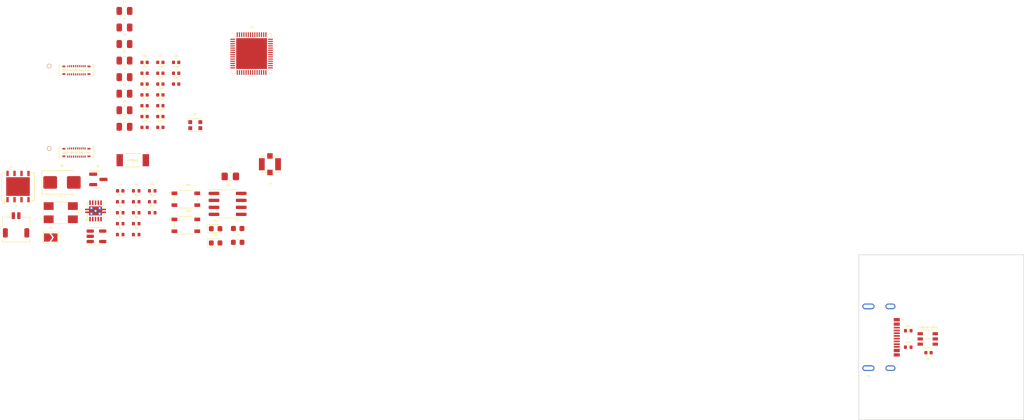
<source format=kicad_pcb>
(kicad_pcb (version 20221018) (generator pcbnew)
  (layers (0 "F.Cu" signal) (31 "B.Cu" signal) (34 "B.Paste" user) (35 "F.Paste" user) (36 "B.SilkS" user "B.Silkscreen") (37 "F.SilkS" user "F.Silkscreen") (38 "B.Mask" user) (39 "F.Mask" user) (44 "Edge.Cuts" user))
  (net 0 "")
  (net 1 "Net-(J2-In)")
  (net 2 "VCC")
  (net 3 "GND")
  (net 4 "Net-(C3-Pad1)")
  (net 5 "Net-(C4-Pad1)")
  (net 6 "+3.3V")
  (net 7 "VBUS")
  (net 8 "+BATT")
  (net 9 "Net-(U3-LNA_IN{slash}RF)")
  (net 10 "RESET")
  (net 11 "Net-(C21-Pad2)")
  (net 12 "Net-(U3-XTAL_P)")
  (net 13 "SPI-3.3V")
  (net 14 "Net-(P1-D-)")
  (net 15 "Net-(P1-D+)")
  (net 16 "D+")
  (net 17 "D-")
  (net 18 "Net-(D1-A)")
  (net 19 "Net-(D3-K)")
  (net 20 "Net-(D3-A)")
  (net 21 "Net-(D4-VDD)")
  (net 23 "IO45")
  (net 24 "IO1")
  (net 25 "IO13")
  (net 26 "IO2")
  (net 27 "IO14")
  (net 28 "IO3")
  (net 29 "IO15")
  (net 30 "IO4")
  (net 31 "IO16")
  (net 32 "IO5")
  (net 33 "IO17")
  (net 34 "IO6")
  (net 35 "IO18")
  (net 36 "IO7")
  (net 37 "IO21")
  (net 38 "IO8")
  (net 39 "IO33")
  (net 40 "IO9")
  (net 41 "IO34")
  (net 42 "IO10")
  (net 43 "IO35")
  (net 44 "TX{slash}0")
  (net 45 "IO36")
  (net 46 "RX{slash}0")
  (net 47 "IO37")
  (net 48 "IO38")
  (net 49 "IO39")
  (net 50 "IO40")
  (net 51 "IO41")
  (net 52 "IO42")
  (net 53 "Net-(L1-Pad1)")
  (net 54 "Net-(L1-Pad2)")
  (net 56 "Net-(U2-PROG)")
  (net 57 "SPCS0")
  (net 58 "SPCS1")
  (net 59 "USB-VOLT")
  (net 60 "BAT-VOLT")
  (net 61 "Net-(SW2-B)")
  (net 62 "GPIO15")
  (net 63 "GPIO16")
  (net 64 "SPICS1")
  (net 65 "SPIHD")
  (net 66 "SPIWP")
  (net 67 "SPICS0")
  (net 68 "SPCLK")
  (net 69 "SPIQ")
  (net 70 "SPID")
  (net 71 "IO48")
  (net 72 "IO47")
  (net 73 "GPIO39")
  (net 74 "GPIO40")
  (net 75 "GPIO41")
  (net 76 "GPIO42")
  (net 77 "IO46")
  (net 79 "SPICLK")
  (net 80 "Net-(P1-VCONN)")
  (net 81 "Net-(P1-CC)")
  (footprint "Capacitor_SMD:C_0805_2012Metric" (layer "F.Cu") (at -33.555303 37.685)
    (fp_text reference "C5" (at 0 -1.68) (layer "F.SilkS") (effects (font (size 0.3 0.3))))
    (fp_text value "10mf")
    (pad "1" smd roundrect (at -0.95 0) (size 1 1.45) (layers "F.Cu" "F.Paste" "F.Mask") (net 5 "Net-(C4-Pad1)"))
    (pad "2" smd roundrect (at 0.95 0) (size 1 1.45) (layers "F.Cu" "F.Paste" "F.Mask") (net 3 "GND"))
  )
  (footprint "TPS63001:TPS63001" (layer "F.Cu") (at -38.815384 62.01)
    (fp_text reference "U1" (at -3.009165 -0.140045 180) (layer "F.SilkS") (effects (font (size 0.3 0.3))))
    (fp_text value "TPS63001")
    (pad "1" smd rect (at -1 1.545 180) (size 0.28 0.71) (layers "F.Cu" "F.Paste" "F.Mask") (net 5 "Net-(C4-Pad1)"))
    (pad "1B" smd circle (at -1 1.19 180) (size 0.28 0.28) (layers "F.Cu" "F.Paste" "F.Mask") (net 5 "Net-(C4-Pad1)"))
    (pad "2" smd rect (at -0.5 1.545 180) (size 0.28 0.71) (layers "F.Cu" "F.Paste" "F.Mask") (net 54 "Net-(L1-Pad2)"))
    (pad "2B" smd circle (at -0.5 1.19 180) (size 0.28 0.28) (layers "F.Cu" "F.Paste" "F.Mask") (net 54 "Net-(L1-Pad2)"))
    (pad "3" smd rect (at 0 1.545 180) (size 0.28 0.71) (layers "F.Cu" "F.Paste" "F.Mask") (net 3 "GND"))
    (pad "3B" smd circle (at 0 1.19 180) (size 0.28 0.28) (layers "F.Cu" "F.Paste" "F.Mask") (net 3 "GND"))
    (pad "4" smd rect (at 0.5 1.545 180) (size 0.28 0.71) (layers "F.Cu" "F.Paste" "F.Mask") (net 53 "Net-(L1-Pad1)"))
    (pad "4B" smd circle (at 0.5 1.19 180) (size 0.28 0.28) (layers "F.Cu" "F.Paste" "F.Mask") (net 53 "Net-(L1-Pad1)"))
    (pad "5" smd rect (at 1 1.545 180) (size 0.28 0.71) (layers "F.Cu" "F.Paste" "F.Mask") (net 2 "VCC"))
    (pad "5B" smd circle (at 1 1.19 180) (size 0.28 0.28) (layers "F.Cu" "F.Paste" "F.Mask") (net 2 "VCC"))
    (pad "6" smd rect (at 1 -1.545) (size 0.28 0.71) (layers "F.Cu" "F.Paste" "F.Mask") (net 4 "Net-(C3-Pad1)"))
    (pad "6B" smd circle (at 1 -1.19) (size 0.28 0.28) (layers "F.Cu" "F.Paste" "F.Mask") (net 4 "Net-(C3-Pad1)"))
    (pad "7" smd rect (at 0.5 -1.545) (size 0.28 0.71) (layers "F.Cu" "F.Paste" "F.Mask") (net 4 "Net-(C3-Pad1)"))
    (pad "7B" smd circle (at 0.5 -1.19) (size 0.28 0.28) (layers "F.Cu" "F.Paste" "F.Mask") (net 4 "Net-(C3-Pad1)"))
    (pad "8" smd rect (at 0 -1.545) (size 0.28 0.71) (layers "F.Cu" "F.Paste" "F.Mask") (net 4 "Net-(C3-Pad1)"))
    (pad "8B" smd circle (at 0 -1.19) (size 0.28 0.28) (layers "F.Cu" "F.Paste" "F.Mask") (net 4 "Net-(C3-Pad1)"))
    (pad "9" smd rect (at -0.5 -1.545) (size 0.28 0.71) (layers "F.Cu" "F.Paste" "F.Mask") (net 3 "GND"))
    (pad "9B" smd circle (at -0.5 -1.19) (size 0.28 0.28) (layers "F.Cu" "F.Paste" "F.Mask") (net 3 "GND"))
    (pad "10" smd rect (at -1 -1.545) (size 0.28 0.71) (layers "F.Cu" "F.Paste" "F.Mask") (net 5 "Net-(C4-Pad1)"))
    (pad "10B" smd circle (at -1 -1.19) (size 0.28 0.28) (layers "F.Cu" "F.Paste" "F.Mask") (net 5 "Net-(C4-Pad1)"))
    (pad "P$1" thru_hole circle (at 0 0) (size 0.6096 0.6096) (drill 0.3) (layers "*.Cu" "*.Mask"))
    (pad "P$2" thru_hole circle (at -0.75 -0.5) (size 0.6096 0.6096) (drill 0.3) (layers "*.Cu" "*.Mask"))
    (pad "P$3" thru_hole circle (at 0.75 -0.5) (size 0.6096 0.6096) (drill 0.3) (layers "*.Cu" "*.Mask"))
    (pad "P$4" thru_hole circle (at -0.75 0.5) (size 0.6096 0.6096) (drill 0.3) (layers "*.Cu" "*.Mask"))
    (pad "P$5" thru_hole circle (at 0.75 0.5) (size 0.6096 0.6096) (drill 0.3) (layers "*.Cu" "*.Mask"))
    (pad "PG" smd rect (at 0 0) (size 2.4 1.65) (layers "F.Cu" "F.Paste" "F.Mask") (net 3 "GND"))
    (pad "PG1" smd rect (at -1.55 0.25) (size 0.7 0.28) (layers "F.Cu" "F.Paste" "F.Mask") (net 3 "GND"))
    (pad "PG2" smd rect (at 1.55 0.25) (size 0.7 0.28) (layers "F.Cu" "F.Paste" "F.Mask") (net 3 "GND"))
    (pad "PG3" smd rect (at 1.55 -0.25) (size 0.7 0.28) (layers "F.Cu" "F.Paste" "F.Mask") (net 3 "GND"))
    (pad "PG4" smd rect (at -1.55 -0.25) (size 0.7 0.28) (layers "F.Cu" "F.Paste" "F.Mask") (net 3 "GND"))
  )
  (footprint "Capacitor_SMD:C_0402_1005Metric" (layer "F.Cu") (at -29.895303 44.855)
    (fp_text reference "C15" (at 0 -1.16) (layer "F.SilkS") (effects (font (size 0.3 0.3))))
    (fp_text value "10mf")
    (pad "1" smd roundrect (at -0.48 0) (size 0.56 0.62) (layers "F.Cu" "F.Paste" "F.Mask") (net 6 "+3.3V"))
    (pad "2" smd roundrect (at 0.48 0) (size 0.56 0.62) (layers "F.Cu" "F.Paste" "F.Mask") (net 3 "GND"))
  )
  (footprint "Resistor_SMD:R_0402_1005Metric" (layer "F.Cu") (at -31.415303 62.345)
    (fp_text reference "R7" (at 0 -1.17) (layer "F.SilkS") (effects (font (size 0.3 0.3))))
    (fp_text value "100K")
    (pad "1" smd roundrect (at -0.51 0) (size 0.54 0.64) (layers "F.Cu" "F.Paste" "F.Mask") (net 57 "SPCS0"))
    (pad "2" smd roundrect (at 0.51 0) (size 0.54 0.64) (layers "F.Cu" "F.Paste" "F.Mask") (net 13 "SPI-3.3V"))
  )
  (footprint "Resistor_SMD:R_0402_1005Metric" (layer "F.Cu") (at -34.325303 64.335)
    (fp_text reference "R3" (at 0 -1.17) (layer "F.SilkS") (effects (font (size 0.3 0.3))))
    (fp_text value "100R")
    (pad "1" smd roundrect (at -0.51 0) (size 0.54 0.64) (layers "F.Cu" "F.Paste" "F.Mask") (net 4 "Net-(C3-Pad1)"))
    (pad "2" smd roundrect (at 0.51 0) (size 0.54 0.64) (layers "F.Cu" "F.Paste" "F.Mask") (net 2 "VCC"))
  )
  (footprint "Capacitor_SMD:C_0402_1005Metric" (layer "F.Cu") (at -29.895303 35.005)
    (fp_text reference "C10" (at 0 -1.16) (layer "F.SilkS") (effects (font (size 0.3 0.3))))
    (fp_text value "0.1mF")
    (pad "1" smd roundrect (at -0.48 0) (size 0.56 0.62) (layers "F.Cu" "F.Paste" "F.Mask") (net 6 "+3.3V"))
    (pad "2" smd roundrect (at 0.48 0) (size 0.56 0.62) (layers "F.Cu" "F.Paste" "F.Mask") (net 3 "GND"))
  )
  (footprint "Johanson:2450AT42A100E" (layer "F.Cu") (at -32.042203 52.7959)
    (fp_text reference "AE1" (at 0 0) (layer "F.SilkS") (effects (font (size 0.3 0.3))))
    (fp_text value "Chip Ant." (at 0 0) (layer "F.SilkS") (effects (font (size 0.3 0.3))))
    (fp_text user "*" (at 0 0) (layer "F.SilkS") (effects (font (size 0.3 0.3))))
    (pad "1" smd rect (at -2.3749 0) (size 1.1684 2.2098) (layers "F.Cu" "F.Paste" "F.Mask") (net 1 "Net-(J2-In)"))
    (pad "2" smd rect (at 2.3749 0) (size 1.1684 2.2098) (layers "F.Cu" "F.Paste" "F.Mask"))
  )
  (footprint "Crystal:Crystal_SMD_0603-4Pin_6.0x3.5mm" (layer "F.Cu") (at -45.140303 62.335)
    (fp_text reference "Y1" (at 0 -2.95) (layer "F.SilkS") (effects (font (size 0.3 0.3))))
    (fp_text value "Crystal")
    (pad "1" smd rect (at -2.2 1.2) (size 1.8 1.4) (layers "F.Cu" "F.Paste" "F.Mask") (net 11 "Net-(C21-Pad2)"))
    (pad "2" smd rect (at 2.2 1.2) (size 1.8 1.4) (layers "F.Cu" "F.Paste" "F.Mask") (net 12 "Net-(U3-XTAL_P)"))
    (pad "3" smd rect (at 2.2 -1.2) (size 1.8 1.4) (layers "F.Cu" "F.Paste" "F.Mask"))
    (pad "4" smd rect (at -2.2 -1.2) (size 1.8 1.4) (layers "F.Cu" "F.Paste" "F.Mask"))
  )
  (footprint "Capacitor_SMD:C_0402_1005Metric" (layer "F.Cu") (at -29.895303 42.885)
    (fp_text reference "C14" (at 0 -1.16) (layer "F.SilkS") (effects (font (size 0.3 0.3))))
    (fp_text value "1mF")
    (pad "1" smd roundrect (at -0.48 0) (size 0.56 0.62) (layers "F.Cu" "F.Paste" "F.Mask") (net 6 "+3.3V"))
    (pad "2" smd roundrect (at 0.48 0) (size 0.56 0.62) (layers "F.Cu" "F.Paste" "F.Mask") (net 3 "GND"))
  )
  (footprint "Button:SW_SKRPACE010" (layer "F.Cu") (at -22.395 59.885)
    (fp_text reference "SW1" (at 0.47575 -2.58912) (layer "F.SilkS") (effects (font (size 0.3 0.3))))
    (fp_text value "SW_SPST")
    (pad "1" smd rect (at -2.075 -1.075) (size 1.05 0.65) (layers "F.Cu" "F.Paste" "F.Mask") (net 10 "RESET"))
    (pad "2" smd rect (at 2.075 -1.075) (size 1.05 0.65) (layers "F.Cu" "F.Paste" "F.Mask") (net 3 "GND"))
    (pad "3" smd rect (at -2.075 1.075) (size 1.05 0.65) (layers "F.Cu" "F.Paste" "F.Mask"))
    (pad "4" smd rect (at 2.075 1.075) (size 1.05 0.65) (layers "F.Cu" "F.Paste" "F.Mask"))
  )
  (footprint "Package_SO:SOIC-8_3.9x4.9mm_P1.27mm" (layer "F.Cu") (at -14.795303 60.735)
    (fp_text reference "U5" (at 0 -3.4) (layer "F.SilkS") (effects (font (size 0.3 0.3))))
    (fp_text value "ESP-PSRAM32")
    (pad "1" smd roundrect (at -2.475 -1.905) (size 1.95 0.6) (layers "F.Cu" "F.Paste" "F.Mask") (net 58 "SPCS1"))
    (pad "2" smd roundrect (at -2.475 -0.635) (size 1.95 0.6) (layers "F.Cu" "F.Paste" "F.Mask") (net 70 "SPID"))
    (pad "3" smd roundrect (at -2.475 0.635) (size 1.95 0.6) (layers "F.Cu" "F.Paste" "F.Mask") (net 66 "SPIWP"))
    (pad "4" smd roundrect (at -2.475 1.905) (size 1.95 0.6) (layers "F.Cu" "F.Paste" "F.Mask") (net 3 "GND"))
    (pad "5" smd roundrect (at 2.475 1.905) (size 1.95 0.6) (layers "F.Cu" "F.Paste" "F.Mask") (net 69 "SPIQ"))
    (pad "6" smd roundrect (at 2.475 0.635) (size 1.95 0.6) (layers "F.Cu" "F.Paste" "F.Mask") (net 79 "SPICLK"))
    (pad "7" smd roundrect (at 2.475 -0.635) (size 1.95 0.6) (layers "F.Cu" "F.Paste" "F.Mask") (net 65 "SPIHD"))
    (pad "8" smd roundrect (at 2.475 -1.905) (size 1.95 0.6) (layers "F.Cu" "F.Paste" "F.Mask") (net 13 "SPI-3.3V"))
  )
  (footprint "Capacitor_SMD:C_0402_1005Metric" (layer "F.Cu") (at 112.68 87.8 180)
    (fp_text reference "C27" (at 0 -1.16) (layer "F.SilkS") (effects (font (size 0.3 0.3))))
    (fp_text value "4.7mF")
    (pad "1" smd roundrect (at -0.48 0 180) (size 0.56 0.62) (layers "F.Cu" "F.Paste" "F.Mask") (net 7 "VBUS"))
    (pad "2" smd roundrect (at 0.48 0 180) (size 0.56 0.62) (layers "F.Cu" "F.Paste" "F.Mask") (net 3 "GND"))
  )
  (footprint "Diode_SMD:D_SMB" (layer "F.Cu") (at -44.920303 56.835)
    (fp_text reference "D2" (at 0 -3) (layer "F.SilkS") (effects (font (size 0.3 0.3))))
    (fp_text value "B220")
    (pad "1" smd roundrect (at -2.15 0) (size 2.5 2.3) (layers "F.Cu" "F.Paste" "F.Mask") (roundrect_rratio 0.1086956522) (net 2 "VCC"))
    (pad "2" smd roundrect (at 2.15 0) (size 2.5 2.3) (layers "F.Cu" "F.Paste" "F.Mask") (roundrect_rratio 0.1086956522) (net 7 "VBUS"))
  )
  (footprint "Capacitor_SMD:C_0402_1005Metric" (layer "F.Cu") (at -29.895303 38.945)
    (fp_text reference "C12" (at 0 -1.16) (layer "F.SilkS") (effects (font (size 0.3 0.3))))
    (fp_text value "0.1mF")
    (pad "1" smd roundrect (at -0.48 0) (size 0.56 0.62) (layers "F.Cu" "F.Paste" "F.Mask") (net 6 "+3.3V"))
    (pad "2" smd roundrect (at 0.48 0) (size 0.56 0.62) (layers "F.Cu" "F.Paste" "F.Mask") (net 3 "GND"))
  )
  (footprint "Capacitor_SMD:C_0402_1005Metric" (layer "F.Cu") (at -24.155303 38.945)
    (fp_text reference "C26" (at 0 -1.16) (layer "F.SilkS") (effects (font (size 0.3 0.3))))
    (fp_text value "0.1mF")
    (pad "1" smd roundrect (at -0.48 0) (size 0.56 0.62) (layers "F.Cu" "F.Paste" "F.Mask") (net 13 "SPI-3.3V"))
    (pad "2" smd roundrect (at 0.48 0) (size 0.56 0.62) (layers "F.Cu" "F.Paste" "F.Mask") (net 3 "GND"))
  )
  (footprint "Capacitor_SMD:C_0402_1005Metric" (layer "F.Cu") (at -29.895303 36.975)
    (fp_text reference "C11" (at 0 -1.16) (layer "F.SilkS") (effects (font (size 0.3 0.3))))
    (fp_text value "10mF")
    (pad "1" smd roundrect (at -0.48 0) (size 0.56 0.62) (layers "F.Cu" "F.Paste" "F.Mask") (net 6 "+3.3V"))
    (pad "2" smd roundrect (at 0.48 0) (size 0.56 0.62) (layers "F.Cu" "F.Paste" "F.Mask") (net 3 "GND"))
  )
  (footprint "Capacitor_SMD:C_0402_1005Metric" (layer "F.Cu") (at -27.025303 36.975)
    (fp_text reference "C18" (at 0 -1.16) (layer "F.SilkS") (effects (font (size 0.3 0.3))))
    (fp_text value "10mF")
    (pad "1" smd roundrect (at -0.48 0) (size 0.56 0.62) (layers "F.Cu" "F.Paste" "F.Mask") (net 10 "RESET"))
    (pad "2" smd roundrect (at 0.48 0) (size 0.56 0.62) (layers "F.Cu" "F.Paste" "F.Mask") (net 3 "GND"))
  )
  (footprint "Capacitor_SMD:C_0402_1005Metric" (layer "F.Cu") (at -27.025303 40.915)
    (fp_text reference "C20" (at 0 -1.16) (layer "F.SilkS") (effects (font (size 0.3 0.3))))
    (fp_text value "0.1mF")
    (pad "1" smd roundrect (at -0.48 0) (size 0.56 0.62) (layers "F.Cu" "F.Paste" "F.Mask") (net 6 "+3.3V"))
    (pad "2" smd roundrect (at 0.48 0) (size 0.56 0.62) (layers "F.Cu" "F.Paste" "F.Mask") (net 3 "GND"))
  )
  (footprint "Capacitor_SMD:C_0805_2012Metric" (layer "F.Cu") (at -33.555303 31.665)
    (fp_text reference "C3" (at 0 -1.68) (layer "F.SilkS") (effects (font (size 0.3 0.3))))
    (fp_text value "0.1mf")
    (pad "1" smd roundrect (at -0.95 0) (size 1 1.45) (layers "F.Cu" "F.Paste" "F.Mask") (net 4 "Net-(C3-Pad1)"))
    (pad "2" smd roundrect (at 0.95 0) (size 1 1.45) (layers "F.Cu" "F.Paste" "F.Mask") (net 3 "GND"))
  )
  (footprint "Jumper:SolderJumper-2_P1.3mm_Open_TrianglePad1.0x1.5mm" (layer "F.Cu") (at -46.965303 66.855)
    (fp_text reference "JP1" (at 0 -1.8) (layer "F.SilkS") (effects (font (size 0.3 0.3))))
    (fp_text value "Jumper_2_Open")
    (pad "1" smd custom (at -0.725 0) (size 0.3 0.3) (layers "F.Cu" "F.Mask") (net 21 "Net-(D4-VDD)") (options (clearance outline) (anchor rect)) (primitives (gr_poly (pts (xy 1 0) (xy 0.5 0.75) (xy -0.5 0.75) (xy -0.5 -0.75) (xy 0.5 -0.75)) (width 0) (fill yes))))
    (pad "2" smd custom (at 0.725 0) (size 0.3 0.3) (layers "F.Cu" "F.Mask") (net 6 "+3.3V") (options (clearance outline) (anchor rect)) (primitives (gr_poly (pts (xy 0.5 0.75) (xy -0.65 0.75) (xy -0.15 0) (xy -0.65 -0.75) (xy 0.5 -0.75)) (width 0) (fill yes))))
  )
  (footprint "Capacitor_SMD:C_0603_1608Metric" (layer "F.Cu") (at -12.965303 65.215)
    (fp_text reference "C7" (at 0 -1.43) (layer "F.SilkS") (effects (font (size 0.3 0.3))))
    (fp_text value "4.7mF")
    (pad "1" smd roundrect (at -0.775 0) (size 0.9 0.95) (layers "F.Cu" "F.Paste" "F.Mask") (net 7 "VBUS"))
    (pad "2" smd roundrect (at 0.775 0) (size 0.9 0.95) (layers "F.Cu" "F.Paste" "F.Mask") (net 3 "GND"))
  )
  (footprint "Capacitor_SMD:C_0402_1005Metric" (layer "F.Cu") (at -24.155303 36.975)
    (fp_text reference "C25" (at 0 -1.16) (layer "F.SilkS") (effects (font (size 0.3 0.3))))
    (fp_text value "0.1mF")
    (pad "1" smd roundrect (at -0.48 0) (size 0.56 0.62) (layers "F.Cu" "F.Paste" "F.Mask") (net 13 "SPI-3.3V"))
    (pad "2" smd roundrect (at 0.48 0) (size 0.56 0.62) (layers "F.Cu" "F.Paste" "F.Mask") (net 3 "GND"))
  )
  (footprint "footprints:BM28B0.6-20DS&slash_2-0.35V51" (layer "F.Cu") (at -43.872303 50.6523)
    (fp_text reference "J4" (at 1.575 0.745) (layer "F.SilkS") (effects (font (size 0.3 0.3))))
    (fp_text value "Conn_02x10_Odd_Even" (at 1.575 0.745) (layer "F.SilkS") (effects (font (size 0.3 0.3))))
    (fp_text user "*" (at 0 0) (layer "F.SilkS") (effects (font (size 0.3 0.3))))
    (pad "1" smd rect (at 0 0) (size 0.1778 0.4064) (layers "F.Cu" "F.Paste" "F.Mask") (net 3 "GND"))
    (pad "2" smd rect (at 0.349999 0) (size 0.1778 0.4064) (layers "F.Cu" "F.Paste" "F.Mask") (net 6 "+3.3V"))
    (pad "3" smd rect (at 0.700001 0) (size 0.1778 0.4064) (layers "F.Cu" "F.Paste" "F.Mask") (net 42 "IO10"))
    (pad "4" smd rect (at 1.05 0) (size 0.1778 0.4064) (layers "F.Cu" "F.Paste" "F.Mask") (net 43 "IO35"))
    (pad "5" smd rect (at 1.399999 0) (size 0.1778 0.4064) (layers "F.Cu" "F.Paste" "F.Mask") (net 44 "TX{slash}0"))
    (pad "6" smd rect (at 1.750001 0) (size 0.1778 0.4064) (layers "F.Cu" "F.Paste" "F.Mask") (net 45 "IO36"))
    (pad "7" smd rect (at 2.1 0) (size 0.1778 0.4064) (layers "F.Cu" "F.Paste" "F.Mask") (net 46 "RX{slash}0"))
    (pad "8" smd rect (at 2.45 0) (size 0.1778 0.4064) (layers "F.Cu" "F.Paste" "F.Mask") (net 47 "IO37"))
    (pad "9" smd rect (at 2.800002 0) (size 0.1778 0.4064) (layers "F.Cu" "F.Paste" "F.Mask") (net 10 "RESET"))
    (pad "10" smd rect (at 3.150001 0) (size 0.1778 0.4064) (layers "F.Cu" "F.Paste" "F.Mask") (net 48 "IO38"))
    (pad "11" smd rect (at 0 1.49) (size 0.1778 0.4064) (layers "F.Cu" "F.Paste" "F.Mask") (net 2 "VCC"))
    (pad "12" smd rect (at 0.349999 1.49) (size 0.1778 0.4064) (layers "F.Cu" "F.Paste" "F.Mask") (net 49 "IO39"))
    (pad "13" smd rect (at 0.700001 1.49) (size 0.1778 0.4064) (layers "F.Cu" "F.Paste" "F.Mask") (net 2 "VCC"))
    (pad "14" smd rect (at 1.05 1.49) (size 0.1778 0.4064) (layers "F.Cu" "F.Paste" "F.Mask") (net 50 "IO40"))
    (pad "15" smd rect (at 1.399999 1.49) (size 0.1778 0.4064) (layers "F.Cu" "F.Paste" "F.Mask") (net 3 "GND"))
    (pad "16" smd rect (at 1.750001 1.49) (size 0.1778 0.4064) (layers "F.Cu" "F.Paste" "F.Mask") (net 51 "IO41"))
    (pad "17" smd rect (at 2.1 1.49) (size 0.1778 0.4064) (layers "F.Cu" "F.Paste" "F.Mask") (net 8 "+BATT"))
    (pad "18" smd rect (at 2.45 1.49) (size 0.1778 0.4064) (layers "F.Cu" "F.Paste" "F.Mask") (net 52 "IO42"))
    (pad "19" smd rect (at 2.800002 1.49) (size 0.1778 0.4064) (layers "F.Cu" "F.Paste" "F.Mask") (net 8 "+BATT"))
    (pad "20" smd rect (at 3.150001 1.49) (size 0.1778 0.4064) (layers "F.Cu" "F.Paste" "F.Mask") (net 7 "VBUS"))
    (pad "21" smd rect (at -0.705 0.050793) (size 0.5334 0.3048) (layers "F.Cu" "F.Paste" "F.Mask"))
    (pad "22" smd rect (at 3.855001 0.050793) (size 0.5334 0.3048) (layers "F.Cu" "F.Paste" "F.Mask"))
    (pad "23" smd rect (at -0.705031 1.439182) (size 0.5334 0.3048) (layers "F.Cu" "F.Paste" "F.Mask"))
    (pad "24" smd rect (at 3.855031 1.439182) (size 0.5334 0.3048) (layers "F.Cu" "F.Paste" "F.Mask"))
  )
  (footprint "Capacitor_SMD:C_0402_1005Metric" (layer "F.Cu") (at -27.025303 42.885)
    (fp_text reference "C21" (at 0 -1.16) (layer "F.SilkS") (effects (font (size 0.3 0.3))))
    (fp_text value "10mF")
    (pad "1" smd roundrect (at -0.48 0) (size 0.56 0.62) (layers "F.Cu" "F.Paste" "F.Mask") (net 3 "GND"))
    (pad "2" smd roundrect (at 0.48 0) (size 0.56 0.62) (layers "F.Cu" "F.Paste" "F.Mask") (net 11 "Net-(C21-Pad2)"))
  )
  (footprint "USB-C:MOLEX_2169900003" (layer "F.Cu") (at 101.75 85 -90)
    (fp_text reference "P1" (at 7.1 -0.0675 -180) (layer "F.SilkS") (effects (font (size 0.3 0.3))))
    (fp_text value "USB_C_Plug_USB2.0")
    (fp_poly (pts (xy -6.12 -0.6) (xy -6.12 0.6) (xy -6.117 0.652) (xy -6.109 0.704) (xy -6.096 0.755) (xy -6.077 0.803) (xy -6.053 0.85) (xy -6.025 0.894) (xy -5.992 0.935) (xy -5.955 0.972) (xy -5.914 1.005) (xy -5.87 1.033) (xy -5.823 1.057) (xy -5.775 1.076) (xy -5.724 1.089) (xy -5.672 1.097) (xy -5.62 1.1) (xy -5.568 1.097) (xy -5.516 1.089) (xy -5.465 1.076) (xy -5.417 1.057) (xy -5.37 1.033) (xy -5.326 1.005) (xy -5.285 0.972) (xy -5.248 0.935) (xy -5.215 0.894) (xy -5.187 0.85) (xy -5.163 0.803) (xy -5.144 0.755) (xy -5.131 0.704) (xy -5.123 0.652) (xy -5.12 0.6) (xy -5.12 -0.6) (xy -5.123 -0.652) (xy -5.131 -0.704) (xy -5.144 -0.755) (xy -5.163 -0.803) (xy -5.187 -0.85) (xy -5.215 -0.894) (xy -5.248 -0.935) (xy -5.285 -0.972) (xy -5.326 -1.005) (xy -5.37 -1.033) (xy -5.417 -1.057) (xy -5.465 -1.076) (xy -5.516 -1.089) (xy -5.568 -1.097) (xy -5.62 -1.1) (xy -5.672 -1.097) (xy -5.724 -1.089) (xy -5.775 -1.076) (xy -5.823 -1.057) (xy -5.87 -1.033) (xy -5.914 -1.005) (xy -5.955 -0.972) (xy -5.992 -0.935) (xy -6.025 -0.894) (xy -6.053 -0.85) (xy -6.077 -0.803) (xy -6.096 -0.755) (xy -6.109 -0.704) (xy -6.117 -0.652) (xy -6.12 -0.6)) (stroke (width 0.01)) (fill solid) (layer "F.Cu"))
    (fp_poly (pts (xy -5.12 -3.6) (xy -5.123 -3.548) (xy -5.131 -3.496) (xy -5.144 -3.445) (xy -5.163 -3.397) (xy -5.187 -3.35) (xy -5.215 -3.306) (xy -5.248 -3.265) (xy -5.285 -3.228) (xy -5.326 -3.195) (xy -5.37 -3.167) (xy -5.417 -3.143) (xy -5.465 -3.124) (xy -5.516 -3.111) (xy -5.568 -3.103) (xy -5.62 -3.1) (xy -5.672 -3.103) (xy -5.724 -3.111) (xy -5.775 -3.124) (xy -5.823 -3.143) (xy -5.87 -3.167) (xy -5.914 -3.195) (xy -5.955 -3.228) (xy -5.992 -3.265) (xy -6.025 -3.306) (xy -6.053 -3.35) (xy -6.077 -3.397) (xy -6.096 -3.445) (xy -6.109 -3.496) (xy -6.117 -3.548) (xy -6.12 -3.6) (xy -6.12 -4.4) (xy -6.117 -4.452) (xy -6.109 -4.504) (xy -6.096 -4.555) (xy -6.077 -4.603) (xy -6.053 -4.65) (xy -6.025 -4.694) (xy -5.992 -4.735) (xy -5.955 -4.772) (xy -5.914 -4.805) (xy -5.87 -4.833) (xy -5.823 -4.857) (xy -5.775 -4.876) (xy -5.724 -4.889) (xy -5.672 -4.897) (xy -5.62 -4.9) (xy -5.568 -4.897) (xy -5.516 -4.889) (xy -5.465 -4.876) (xy -5.417 -4.857) (xy -5.37 -4.833) (xy -5.326 -4.805) (xy -5.285 -4.772) (xy -5.248 -4.735) (xy -5.215 -4.694) (xy -5.187 -4.65) (xy -5.163 -4.603) (xy -5.144 -4.555) (xy -5.131 -4.504) (xy -5.123 -4.452) (xy -5.12 -4.4) (xy -5.12 -3.6)) (stroke (width 0.01)) (fill solid) (layer "F.Cu"))
    (fp_poly (pts (xy 5.12 -4.4) (xy 5.12 -3.6) (xy 5.123 -3.548) (xy 5.131 -3.496) (xy 5.144 -3.445) (xy 5.163 -3.397) (xy 5.187 -3.35) (xy 5.215 -3.306) (xy 5.248 -3.265) (xy 5.285 -3.228) (xy 5.326 -3.195) (xy 5.37 -3.167) (xy 5.417 -3.143) (xy 5.465 -3.124) (xy 5.516 -3.111) (xy 5.568 -3.103) (xy 5.62 -3.1) (xy 5.672 -3.103) (xy 5.724 -3.111) (xy 5.775 -3.124) (xy 5.823 -3.143) (xy 5.87 -3.167) (xy 5.914 -3.195) (xy 5.955 -3.228) (xy 5.992 -3.265) (xy 6.025 -3.306) (xy 6.053 -3.35) (xy 6.077 -3.397) (xy 6.096 -3.445) (xy 6.109 -3.496) (xy 6.117 -3.548) (xy 6.12 -3.6) (xy 6.12 -4.4) (xy 6.117 -4.452) (xy 6.109 -4.504) (xy 6.096 -4.555) (xy 6.077 -4.603) (xy 6.053 -4.65) (xy 6.025 -4.694) (xy 5.992 -4.735) (xy 5.955 -4.772) (xy 5.914 -4.805) (xy 5.87 -4.833) (xy 5.823 -4.857) (xy 5.775 -4.876) (xy 5.724 -4.889) (xy 5.672 -4.897) (xy 5.62 -4.9) (xy 5.568 -4.897) (xy 5.516 -4.889) (xy 5.465 -4.876) (xy 5.417 -4.857) (xy 5.37 -4.833) (xy 5.326 -4.805) (xy 5.285 -4.772) (xy 5.248 -4.735) (xy 5.215 -4.694) (xy 5.187 -4.65) (xy 5.163 -4.603) (xy 5.144 -4.555) (xy 5.131 -4.504) (xy 5.123 -4.452) (xy 5.12 -4.4)) (stroke (width 0.01)) (fill solid) (layer "F.Cu"))
    (fp_poly (pts (xy 5.12 -0.6) (xy 5.12 0.6) (xy 5.123 0.652) (xy 5.131 0.704) (xy 5.144 0.755) (xy 5.163 0.803) (xy 5.187 0.85) (xy 5.215 0.894) (xy 5.248 0.935) (xy 5.285 0.972) (xy 5.326 1.005) (xy 5.37 1.033) (xy 5.417 1.057) (xy 5.465 1.076) (xy 5.516 1.089) (xy 5.568 1.097) (xy 5.62 1.1) (xy 5.672 1.097) (xy 5.724 1.089) (xy 5.775 1.076) (xy 5.823 1.057) (xy 5.87 1.033) (xy 5.914 1.005) (xy 5.955 0.972) (xy 5.992 0.935) (xy 6.025 0.894) (xy 6.053 0.85) (xy 6.077 0.803) (xy 6.096 0.755) (xy 6.109 0.704) (xy 6.117 0.652) (xy 6.12 0.6) (xy 6.12 -0.6) (xy 6.117 -0.652) (xy 6.109 -0.704) (xy 6.096 -0.755) (xy 6.077 -0.803) (xy 6.053 -0.85) (xy 6.025 -0.894) (xy 5.992 -0.935) (xy 5.955 -0.972) (xy 5.914 -1.005) (xy 5.87 -1.033) (xy 5.823 -1.057) (xy 5.775 -1.076) (xy 5.724 -1.089) (xy 5.672 -1.097) (xy 5.62 -1.1) (xy 5.568 -1.097) (xy 5.516 -1.089) (xy 5.465 -1.076) (xy 5.417 -1.057) (xy 5.37 -1.033) (xy 5.326 -1.005) (xy 5.285 -0.972) (xy 5.248 -0.935) (xy 5.215 -0.894) (xy 5.187 -0.85) (xy 5.163 -0.803) (xy 5.144 -0.755) (xy 5.131 -0.704) (xy 5.123 -0.652) (xy 5.12 -0.6)) (stroke (width 0.01)) (fill solid) (layer "F.Cu"))
    (fp_poly (pts (xy -6.12 -0.6) (xy -6.12 0.6) (xy -6.117 0.652) (xy -6.109 0.704) (xy -6.096 0.755) (xy -6.077 0.803) (xy -6.053 0.85) (xy -6.025 0.894) (xy -5.992 0.935) (xy -5.955 0.972) (xy -5.914 1.005) (xy -5.87 1.033) (xy -5.823 1.057) (xy -5.775 1.076) (xy -5.724 1.089) (xy -5.672 1.097) (xy -5.62 1.1) (xy -5.568 1.097) (xy -5.516 1.089) (xy -5.465 1.076) (xy -5.417 1.057) (xy -5.37 1.033) (xy -5.326 1.005) (xy -5.285 0.972) (xy -5.248 0.935) (xy -5.215 0.894) (xy -5.187 0.85) (xy -5.163 0.803) (xy -5.144 0.755) (xy -5.131 0.704) (xy -5.123 0.652) (xy -5.12 0.6) (xy -5.12 -0.6) (xy -5.123 -0.652) (xy -5.131 -0.704) (xy -5.144 -0.755) (xy -5.163 -0.803) (xy -5.187 -0.85) (xy -5.215 -0.894) (xy -5.248 -0.935) (xy -5.285 -0.972) (xy -5.326 -1.005) (xy -5.37 -1.033) (xy -5.417 -1.057) (xy -5.465 -1.076) (xy -5.516 -1.089) (xy -5.568 -1.097) (xy -5.62 -1.1) (xy -5.672 -1.097) (xy -5.724 -1.089) (xy -5.775 -1.076) (xy -5.823 -1.057) (xy -5.87 -1.033) (xy -5.914 -1.005) (xy -5.955 -0.972) (xy -5.992 -0.935) (xy -6.025 -0.894) (xy -6.053 -0.85) (xy -6.077 -0.803) (xy -6.096 -0.755) (xy -6.109 -0.704) (xy -6.117 -0.652) (xy -6.12 -0.6)) (stroke (width 0.01)) (fill solid) (layer "B.Cu"))
    (fp_poly (pts (xy -5.12 -3.6) (xy -5.123 -3.548) (xy -5.131 -3.496) (xy -5.144 -3.445) (xy -5.163 -3.397) (xy -5.187 -3.35) (xy -5.215 -3.306) (xy -5.248 -3.265) (xy -5.285 -3.228) (xy -5.326 -3.195) (xy -5.37 -3.167) (xy -5.417 -3.143) (xy -5.465 -3.124) (xy -5.516 -3.111) (xy -5.568 -3.103) (xy -5.62 -3.1) (xy -5.672 -3.103) (xy -5.724 -3.111) (xy -5.775 -3.124) (xy -5.823 -3.143) (xy -5.87 -3.167) (xy -5.914 -3.195) (xy -5.955 -3.228) (xy -5.992 -3.265) (xy -6.025 -3.306) (xy -6.053 -3.35) (xy -6.077 -3.397) (xy -6.096 -3.445) (xy -6.109 -3.496) (xy -6.117 -3.548) (xy -6.12 -3.6) (xy -6.12 -4.4) (xy -6.117 -4.452) (xy -6.109 -4.504) (xy -6.096 -4.555) (xy -6.077 -4.603) (xy -6.053 -4.65) (xy -6.025 -4.694) (xy -5.992 -4.735) (xy -5.955 -4.772) (xy -5.914 -4.805) (xy -5.87 -4.833) (xy -5.823 -4.857) (xy -5.775 -4.876) (xy -5.724 -4.889) (xy -5.672 -4.897) (xy -5.62 -4.9) (xy -5.568 -4.897) (xy -5.516 -4.889) (xy -5.465 -4.876) (xy -5.417 -4.857) (xy -5.37 -4.833) (xy -5.326 -4.805) (xy -5.285 -4.772) (xy -5.248 -4.735) (xy -5.215 -4.694) (xy -5.187 -4.65) (xy -5.163 -4.603) (xy -5.144 -4.555) (xy -5.131 -4.504) (xy -5.123 -4.452) (xy -5.12 -4.4) (xy -5.12 -3.6)) (stroke (width 0.01)) (fill solid) (layer "B.Cu"))
    (fp_poly (pts (xy 5.12 -4.4) (xy 5.12 -3.6) (xy 5.123 -3.548) (xy 5.131 -3.496) (xy 5.144 -3.445) (xy 5.163 -3.397) (xy 5.187 -3.35) (xy 5.215 -3.306) (xy 5.248 -3.265) (xy 5.285 -3.228) (xy 5.326 -3.195) (xy 5.37 -3.167) (xy 5.417 -3.143) (xy 5.465 -3.124) (xy 5.516 -3.111) (xy 5.568 -3.103) (xy 5.62 -3.1) (xy 5.672 -3.103) (xy 5.724 -3.111) (xy 5.775 -3.124) (xy 5.823 -3.143) (xy 5.87 -3.167) (xy 5.914 -3.195) (xy 5.955 -3.228) (xy 5.992 -3.265) (xy 6.025 -3.306) (xy 6.053 -3.35) (xy 6.077 -3.397) (xy 6.096 -3.445) (xy 6.109 -3.496) (xy 6.117 -3.548) (xy 6.12 -3.6) (xy 6.12 -4.4) (xy 6.117 -4.452) (xy 6.109 -4.504) (xy 6.096 -4.555) (xy 6.077 -4.603) (xy 6.053 -4.65) (xy 6.025 -4.694) (xy 5.992 -4.735) (xy 5.955 -4.772) (xy 5.914 -4.805) (xy 5.87 -4.833) (xy 5.823 -4.857) (xy 5.775 -4.876) (xy 5.724 -4.889) (xy 5.672 -4.897) (xy 5.62 -4.9) (xy 5.568 -4.897) (xy 5.516 -4.889) (xy 5.465 -4.876) (xy 5.417 -4.857) (xy 5.37 -4.833) (xy 5.326 -4.805) (xy 5.285 -4.772) (xy 5.248 -4.735) (xy 5.215 -4.694) (xy 5.187 -4.65) (xy 5.163 -4.603) (xy 5.144 -4.555) (xy 5.131 -4.504) (xy 5.123 -4.452) (xy 5.12 -4.4)) (stroke (width 0.01)) (fill solid) (layer "B.Cu"))
    (fp_poly (pts (xy 5.12 -0.6) (xy 5.12 0.6) (xy 5.123 0.652) (xy 5.131 0.704) (xy 5.144 0.755) (xy 5.163 0.803) (xy 5.187 0.85) (xy 5.215 0.894) (xy 5.248 0.935) (xy 5.285 0.972) (xy 5.326 1.005) (xy 5.37 1.033) (xy 5.417 1.057) (xy 5.465 1.076) (xy 5.516 1.089) (xy 5.568 1.097) (xy 5.62 1.1) (xy 5.672 1.097) (xy 5.724 1.089) (xy 5.775 1.076) (xy 5.823 1.057) (xy 5.87 1.033) (xy 5.914 1.005) (xy 5.955 0.972) (xy 5.992 0.935) (xy 6.025 0.894) (xy 6.053 0.85) (xy 6.077 0.803) (xy 6.096 0.755) (xy 6.109 0.704) (xy 6.117 0.652) (xy 6.12 0.6) (xy 6.12 -0.6) (xy 6.117 -0.652) (xy 6.109 -0.704) (xy 6.096 -0.755) (xy 6.077 -0.803) (xy 6.053 -0.85) (xy 6.025 -0.894) (xy 5.992 -0.935) (xy 5.955 -0.972) (xy 5.914 -1.005) (xy 5.87 -1.033) (xy 5.823 -1.057) (xy 5.775 -1.076) (xy 5.724 -1.089) (xy 5.672 -1.097) (xy 5.62 -1.1) (xy 5.568 -1.097) (xy 5.516 -1.089) (xy 5.465 -1.076) (xy 5.417 -1.057) (xy 5.37 -1.033) (xy 5.326 -1.005) (xy 5.285 -0.972) (xy 5.248 -0.935) (xy 5.215 -0.894) (xy 5.187 -0.85) (xy 5.163 -0.803) (xy 5.144 -0.755) (xy 5.131 -0.704) (xy 5.123 -0.652) (xy 5.12 -0.6)) (stroke (width 0.01)) (fill solid) (layer "B.Cu"))
    (fp_line (start -4.62 2.1) (end -4.62 -4.6) (stroke (width 0.01)) (layer "Edge.Cuts"))
    (fp_line (start -4.62 2.1) (end 4.62 2.1) (stroke (width 0.01)) (layer "Edge.Cuts"))
    (fp_line (start -3.80038 -4.6) (end 3.80038 -4.6) (stroke (width 0.01)) (layer "Edge.Cuts"))
    (fp_line (start 4.62 2.1) (end 4.62 -4.6) (stroke (width 0.01)) (layer "Edge.Cuts"))
    (fp_arc (start -4.62 -4.6) (mid -4.397645 -4.889779) (end -4.060191 -4.750001) (stroke (width 0.01)) (layer "Edge.Cuts"))
    (fp_arc (start -3.80038 -4.6) (mid -3.950382 -4.640191) (end -4.060191 -4.75) (stroke (width 0.01)) (layer "Edge.Cuts"))
    (fp_arc (start 4.06019 -4.75) (mid 3.950381 -4.640192) (end 3.80038 -4.6) (stroke (width 0.01)) (layer "Edge.Cuts"))
    (fp_arc (start 4.06019 -4.75) (mid 4.397644 -4.889779) (end 4.62 -4.600001) (stroke (width 0.01)) (layer "Edge.Cuts"))
    (pad "A1_B12" smd rect (at -3.2 -5.15 270) (size 0.6 1.1) (layers "F.Cu" "F.Paste" "F.Mask"))
    (pad "A4_B9" smd rect (at -2.4 -5.15 270) (size 0.6 1.1) (layers "F.Cu" "F.Paste" "F.Mask"))
    (pad "A5" smd rect (at -1.25 -5.15 270) (size 0.3 1.1) (layers "F.Cu" "F.Paste" "F.Mask") (net 81 "Net-(P1-CC)"))
    (pad "A6" smd rect (at -0.25 -5.15 270) (size 0.3 1.1) (layers "F.Cu" "F.Paste" "F.Mask") (net 15 "Net-(P1-D+)"))
    (pad "A7" smd rect (at 0.25 -5.15 270) (size 0.3 1.1) (layers "F.Cu" "F.Paste" "F.Mask") (net 14 "Net-(P1-D-)"))
    (pad "A8" smd rect (at 1.25 -5.15 270) (size 0.3 1.1) (layers "F.Cu" "F.Paste" "F.Mask"))
    (pad "B1_A12" smd rect (at 3.2 -5.15 270) (size 0.6 1.1) (layers "F.Cu" "F.Paste" "F.Mask"))
    (pad "B4_A9" smd rect (at 2.4 -5.15 270) (size 0.6 1.1) (layers "F.Cu" "F.Paste" "F.Mask"))
    (pad "B5" smd rect (at 1.75 -5.15 270) (size 0.3 1.1) (layers "F.Cu" "F.Paste" "F.Mask") (net 80 "Net-(P1-VCONN)"))
    (pad "B6" smd rect (at 0.75 -5.15 270) (size 0.3 1.1) (layers "F.Cu" "F.Paste" "F.Mask"))
    (pad "B7" smd rect (at -0.75 -5.15 270) (size 0.3 1.1) (layers "F.Cu" "F.Paste" "F.Mask"))
    (pad "B8" smd rect (at -1.75 -5.15 270) (size 0.3 1.1) (layers "F.Cu" "F.Paste" "F.Mask"))
    (pad "S1" thru_hole oval (at -5.62 0 270) (size 1 2) (drill oval 0.6 1.8) (layers "*.Cu"))
    (pad "S2" thru_hole oval (at 5.62 0 270) (size 1 2) (drill oval 0.6 1.8) (layers "*.Cu"))
    (pad "S3" thru_hole oval (at -5.62 -4 270) (size 0.9 1.8) (drill oval 0.6 1.4) (layers "*.Cu"))
    (pad "S4" thru_hole oval (at 5.62 -4 270) (size 0.9 1.8) (drill oval 0.6 1.4) (layers "*.Cu"))
  )
  (footprint "footprints:BM28B0.6-20DS&slash_2-0.35V51" (layer "F.Cu") (at -43.872303 35.6882)
    (fp_text reference "J3" (at 1.575 0.745) (layer "F.SilkS") (effects (font (size 0.3 0.3))))
    (fp_text value "Conn_02x10_Odd_Even" (at 1.575 0.745) (layer "F.SilkS") (effects (font (size 0.3 0.3))))
    (fp_text user "*" (at 0 0) (layer "F.SilkS") (effects (font (size 0.3 0.3))))
    (pad "1" smd rect (at 0 0) (size 0.1778 0.4064) (layers "F.Cu" "F.Paste" "F.Mask") (net 24 "IO1"))
    (pad "2" smd rect (at 0.349999 0) (size 0.1778 0.4064) (layers "F.Cu" "F.Paste" "F.Mask") (net 25 "IO13"))
    (pad "3" smd rect (at 0.700001 0) (size 0.1778 0.4064) (layers "F.Cu" "F.Paste" "F.Mask") (net 26 "IO2"))
    (pad "4" smd rect (at 1.05 0) (size 0.1778 0.4064) (layers "F.Cu" "F.Paste" "F.Mask") (net 27 "IO14"))
    (pad "5" smd rect (at 1.399999 0) (size 0.1778 0.4064) (layers "F.Cu" "F.Paste" "F.Mask") (net 28 "IO3"))
    (pad "6" smd rect (at 1.750001 0) (size 0.1778 0.4064) (layers "F.Cu" "F.Paste" "F.Mask") (net 29 "IO15"))
    (pad "7" smd rect (at 2.1 0) (size 0.1778 0.4064) (layers "F.Cu" "F.Paste" "F.Mask") (net 30 "IO4"))
    (pad "8" smd rect (at 2.45 0) (size 0.1778 0.4064) (layers "F.Cu" "F.Paste" "F.Mask") (net 31 "IO16"))
    (pad "9" smd rect (at 2.800002 0) (size 0.1778 0.4064) (layers "F.Cu" "F.Paste" "F.Mask") (net 32 "IO5"))
    (pad "10" smd rect (at 3.150001 0) (size 0.1778 0.4064) (layers "F.Cu" "F.Paste" "F.Mask") (net 33 "IO17"))
    (pad "11" smd rect (at 0 1.49) (size 0.1778 0.4064) (layers "F.Cu" "F.Paste" "F.Mask") (net 34 "IO6"))
    (pad "12" smd rect (at 0.349999 1.49) (size 0.1778 0.4064) (layers "F.Cu" "F.Paste" "F.Mask") (net 35 "IO18"))
    (pad "13" smd rect (at 0.700001 1.49) (size 0.1778 0.4064) (layers "F.Cu" "F.Paste" "F.Mask") (net 36 "IO7"))
    (pad "14" smd rect (at 1.05 1.49) (size 0.1778 0.4064) (layers "F.Cu" "F.Paste" "F.Mask") (net 37 "IO21"))
    (pad "15" smd rect (at 1.399999 1.49) (size 0.1778 0.4064) (layers "F.Cu" "F.Paste" "F.Mask") (net 38 "IO8"))
    (pad "16" smd rect (at 1.750001 1.49) (size 0.1778 0.4064) (layers "F.Cu" "F.Paste" "F.Mask") (net 39 "IO33"))
    (pad "17" smd rect (at 2.1 1.49) (size 0.1778 0.4064) (layers "F.Cu" "F.Paste" "F.Mask") (net 40 "IO9"))
    (pad "18" smd rect (at 2.45 1.49) (size 0.1778 0.4064) (layers "F.Cu" "F.Paste" "F.Mask") (net 41 "IO34"))
    (pad "19" smd rect (at 2.800002 1.49) (size 0.1778 0.4064) (layers "F.Cu" "F.Paste" "F.Mask") (net 3 "GND"))
    (pad "20" smd rect (at 3.150001 1.49) (size 0.1778 0.4064) (layers "F.Cu" "F.Paste" "F.Mask") (net 6 "+3.3V"))
    (pad "21" smd rect (at -0.705 0.050793) (size 0.5334 0.3048) (layers "F.Cu" "F.Paste" "F.Mask"))
    (pad "22" smd rect (at 3.855001 0.050793) (size 0.5334 0.3048) (layers "F.Cu" "F.Paste" "F.Mask"))
    (pad "23" smd rect (at -0.705031 1.439182) (size 0.5334 0.3048) (layers "F.Cu" "F.Paste" "F.Mask"))
    (pad "24" smd rect (at 3.855031 1.439182) (size 0.5334 0.3048) (layers "F.Cu" "F.Paste" "F.Mask"))
  )
  (footprint "Capacitor_SMD:C_0805_2012Metric" (layer "F.Cu") (at -33.555303 25.645)
    (fp_text reference "C1" (at 0 -1.68) (layer "F.SilkS") (effects (font (size 0.3 0.3))))
    (fp_text value "10mf")
    (pad "1" smd roundrect (at -0.95 0) (size 1 1.45) (layers "F.Cu" "F.Paste" "F.Mask") (net 2 "VCC"))
    (pad "2" smd roundrect (at 0.95 0) (size 1 1.45) (layers "F.Cu" "F.Paste" "F.Mask") (net 3 "GND"))
  )
  (footprint "Capacitor_SMD:C_0402_1005Metric" (layer "F.Cu") (at -29.895303 40.915)
    (fp_text reference "C13" (at 0 -1.16) (layer "F.SilkS") (effects (font (size 0.3 0.3))))
    (fp_text value "0.1mF")
    (pad "1" smd roundrect (at -0.48 0) (size 0.56 0.62) (layers "F.Cu" "F.Paste" "F.Mask") (net 6 "+3.3V"))
    (pad "2" smd roundrect (at 0.48 0) (size 0.56 0.62) (layers "F.Cu" "F.Paste" "F.Mask") (net 3 "GND"))
  )
  (footprint "Capacitor_SMD:C_0805_2012Metric" (layer "F.Cu") (at -33.555303 28.655)
    (fp_text reference "C2" (at 0 -1.68) (layer "F.SilkS") (effects (font (size 0.3 0.3))))
    (fp_text value "10mf")
    (pad "1" smd roundrect (at -0.95 0) (size 1 1.45) (layers "F.Cu" "F.Paste" "F.Mask") (net 2 "VCC"))
    (pad "2" smd roundrect (at 0.95 0) (size 1 1.45) (layers "F.Cu" "F.Paste" "F.Mask") (net 3 "GND"))
  )
  (footprint "Capacitor_SMD:C_0402_1005Metric" (layer "F.Cu") (at -29.895303 46.825)
    (fp_text reference "C16" (at 0 -1.16) (layer "F.SilkS") (effects (font (size 0.3 0.3))))
    (fp_text value "10mF")
    (pad "1" smd roundrect (at -0.48 0) (size 0.56 0.62) (layers "F.Cu" "F.Paste" "F.Mask") (net 1 "Net-(J2-In)"))
    (pad "2" smd roundrect (at 0.48 0) (size 0.56 0.62) (layers "F.Cu" "F.Paste" "F.Mask") (net 3 "GND"))
  )
  (footprint "Capacitor_SMD:C_0402_1005Metric" (layer "F.Cu") (at -27.025303 35.005)
    (fp_text reference "C17" (at 0 -1.16) (layer "F.SilkS") (effects (font (size 0.3 0.3))))
    (fp_text value "0.1mF")
    (pad "1" smd roundrect (at -0.48 0) (size 0.56 0.62) (layers "F.Cu" "F.Paste" "F.Mask") (net 9 "Net-(U3-LNA_IN{slash}RF)"))
    (pad "2" smd roundrect (at 0.48 0) (size 0.56 0.62) (layers "F.Cu" "F.Paste" "F.Mask") (net 3 "GND"))
  )
  (footprint "Capacitor_SMD:C_0805_2012Metric" (layer "F.Cu") (at -33.555303 43.705)
    (fp_text reference "C8" (at 0 -1.68) (layer "F.SilkS") (effects (font (size 0.3 0.3))))
    (fp_text value "10mf")
    (pad "1" smd roundrect (at -0.95 0) (size 1 1.45) (layers "F.Cu" "F.Paste" "F.Mask") (net 8 "+BATT"))
    (pad "2" smd roundrect (at 0.95 0) (size 1 1.45) (layers "F.Cu" "F.Paste" "F.Mask") (net 3 "GND"))
  )
  (footprint "Fuse:Fuse_0805_2012Metric_Pad1.15x1.40mm_HandSolder" (layer "F.Cu") (at -14.305303 55.745)
    (fp_text reference "F1" (at 0 -1.65) (layer "F.SilkS") (effects (font (size 0.3 0.3))))
    (fp_text value "Fuse")
    (pad "1" smd roundrect (at -1.025 0) (size 1.15 1.4) (layers "F.Cu" "F.Paste" "F.Mask") (roundrect_rratio 0.217391) (net 5 "Net-(C4-Pad1)"))
    (pad "2" smd roundrect (at 1.025 0) (size 1.15 1.4) (layers "F.Cu" "F.Paste" "F.Mask") (roundrect_rratio 0.217391) (net 6 "+3.3V"))
  )
  (footprint "Package_DFN_QFN:QFN-56-1EP_7x7mm_P0.4mm_EP5.6x5.6mm" (layer "F.Cu") (at -10.4375 33.4)
    (fp_text reference "U3" (at 0 -4.82) (layer "F.SilkS") (effects (font (size 0.3 0.3))))
    (fp_text value "ESP32-S3")
    (pad "1" smd roundrect (at -3.4375 -2.6) (size 0.875 0.2) (layers "F.Cu" "F.Paste" "F.Mask") (net 9 "Net-(U3-LNA_IN{slash}RF)"))
    (pad "2" smd roundrect (at -3.4375 -2.2) (size 0.875 0.2) (layers "F.Cu" "F.Paste" "F.Mask") (net 6 "+3.3V"))
    (pad "3" smd roundrect (at -3.4375 -1.8) (size 0.875 0.2) (layers "F.Cu" "F.Paste" "F.Mask") (net 6 "+3.3V"))
    (pad "4" smd roundrect (at -3.4375 -1.4) (size 0.875 0.2) (layers "F.Cu" "F.Paste" "F.Mask") (net 10 "RESET"))
    (pad "5" smd roundrect (at -3.4375 -1) (size 0.875 0.2) (layers "F.Cu" "F.Paste" "F.Mask") (net 61 "Net-(SW2-B)"))
    (pad "6" smd roundrect (at -3.4375 -0.6) (size 0.875 0.2) (layers "F.Cu" "F.Paste" "F.Mask") (net 24 "IO1"))
    (pad "7" smd roundrect (at -3.4375 -0.2) (size 0.875 0.2) (layers "F.Cu" "F.Paste" "F.Mask") (net 26 "IO2"))
    (pad "8" smd roundrect (at -3.4375 0.2) (size 0.875 0.2) (layers "F.Cu" "F.Paste" "F.Mask") (net 28 "IO3"))
    (pad "9" smd roundrect (at -3.4375 0.6) (size 0.875 0.2) (layers "F.Cu" "F.Paste" "F.Mask") (net 30 "IO4"))
    (pad "10" smd roundrect (at -3.4375 1) (size 0.875 0.2) (layers "F.Cu" "F.Paste" "F.Mask") (net 32 "IO5"))
    (pad "11" smd roundrect (at -3.4375 1.4) (size 0.875 0.2) (layers "F.Cu" "F.Paste" "F.Mask") (net 34 "IO6"))
    (pad "12" smd roundrect (at -3.4375 1.8) (size 0.875 0.2) (layers "F.Cu" "F.Paste" "F.Mask") (net 36 "IO7"))
    (pad "13" smd roundrect (at -3.4375 2.2) (size 0.875 0.2) (layers "F.Cu" "F.Paste" "F.Mask") (net 38 "IO8"))
    (pad "14" smd roundrect (at -3.4375 2.6) (size 0.875 0.2) (layers "F.Cu" "F.Paste" "F.Mask") (net 40 "IO9"))
    (pad "15" smd roundrect (at -2.6 3.4375) (size 0.2 0.875) (layers "F.Cu" "F.Paste" "F.Mask") (net 42 "IO10"))
    (pad "16" smd roundrect (at -2.2 3.4375) (size 0.2 0.875) (layers "F.Cu" "F.Paste" "F.Mask") (net 59 "USB-VOLT"))
    (pad "17" smd roundrect (at -1.8 3.4375) (size 0.2 0.875) (layers "F.Cu" "F.Paste" "F.Mask") (net 60 "BAT-VOLT"))
    (pad "18" smd roundrect (at -1.4 3.4375) (size 0.2 0.875) (layers "F.Cu" "F.Paste" "F.Mask") (net 25 "IO13"))
    (pad "19" smd roundrect (at -1 3.4375) (size 0.2 0.875) (layers "F.Cu" "F.Paste" "F.Mask") (net 27 "IO14"))
    (pad "20" smd roundrect (at -0.6 3.4375) (size 0.2 0.875) (layers "F.Cu" "F.Paste" "F.Mask") (net 6 "+3.3V"))
    (pad "21" smd roundrect (at -0.2 3.4375) (size 0.2 0.875) (layers "F.Cu" "F.Paste" "F.Mask") (net 62 "GPIO15"))
    (pad "22" smd roundrect (at 0.2 3.4375) (size 0.2 0.875) (layers "F.Cu" "F.Paste" "F.Mask") (net 63 "GPIO16"))
    (pad "23" smd roundrect (at 0.6 3.4375) (size 0.2 0.875) (layers "F.Cu" "F.Paste" "F.Mask") (net 33 "IO17"))
    (pad "24" smd roundrect (at 1 3.4375) (size 0.2 0.875) (layers "F.Cu" "F.Paste" "F.Mask") (net 35 "IO18"))
    (pad "25" smd roundrect (at 1.4 3.4375) (size 0.2 0.875) (layers "F.Cu" "F.Paste" "F.Mask") (net 17 "D-"))
    (pad "26" smd roundrect (at 1.8 3.4375) (size 0.2 0.875) (layers "F.Cu" "F.Paste" "F.Mask") (net 16 "D+"))
    (pad "27" smd roundrect (at 2.2 3.4375) (size 0.2 0.875) (layers "F.Cu" "F.Paste" "F.Mask") (net 37 "IO21"))
    (pad "28" smd roundrect (at 2.6 3.4375) (size 0.2 0.875) (layers "F.Cu" "F.Paste" "F.Mask") (net 64 "SPICS1"))
    (pad "29" smd roundrect (at 3.4375 2.6) (size 0.875 0.2) (layers "F.Cu" "F.Paste" "F.Mask") (net 13 "SPI-3.3V"))
    (pad "30" smd roundrect (at 3.4375 2.2) (size 0.875 0.2) (layers "F.Cu" "F.Paste" "F.Mask") (net 65 "SPIHD"))
    (pad "31" smd roundrect (at 3.4375 1.8) (size 0.875 0.2) (layers "F.Cu" "F.Paste" "F.Mask") (net 66 "SPIWP"))
    (pad "32" smd roundrect (at 3.4375 1.4) (size 0.875 0.2) (layers "F.Cu" "F.Paste" "F.Mask") (net 67 "SPICS0"))
    (pad "33" smd roundrect (at 3.4375 1) (size 0.875 0.2) (layers "F.Cu" "F.Paste" "F.Mask") (net 68 "SPCLK"))
    (pad "34" smd roundrect (at 3.4375 0.6) (size 0.875 0.2) (layers "F.Cu" "F.Paste" "F.Mask") (net 69 "SPIQ"))
    (pad "35" smd roundrect (at 3.4375 0.2) (size 0.875 0.2) (layers "F.Cu" "F.Paste" "F.Mask") (net 70 "SPID"))
    (pad "36" smd roundrect (at 3.4375 -0.2) (size 0.875 0.2) (layers "F.Cu" "F.Paste" "F.Mask") (net 71 "IO48"))
    (pad "37" smd roundrect (at 3.4375 -0.6) (size 0.875 0.2) (layers "F.Cu" "F.Paste" "F.Mask") (net 72 "IO47"))
    (pad "38" smd roundrect (at 3.4375 -1) (size 0.875 0.2) (layers "F.Cu" "F.Paste" "F.Mask") (net 39 "IO33"))
    (pad "39" smd roundrect (at 3.4375 -1.4) (size 0.875 0.2) (layers "F.Cu" "F.Paste" "F.Mask") (net 41 "IO34"))
    (pad "40" smd roundrect (at 3.4375 -1.8) (size 0.875 0.2) (layers "F.Cu" "F.Paste" "F.Mask") (net 43 "IO35"))
    (pad "41" smd roundrect (at 3.4375 -2.2) (size 0.875 0.2) (layers "F.Cu" "F.Paste" "F.Mask") (net 45 "IO36"))
    (pad "42" smd roundrect (at 3.4375 -2.6) (size 0.875 0.2) (layers "F.Cu" "F.Paste" "F.Mask") (net 47 "IO37"))
    (pad "43" smd roundrect (at 2.6 -3.4375) (size 0.2 0.875) (layers "F.Cu" "F.Paste" "F.Mask") (net 48 "IO38"))
    (pad "44" smd roundrect (at 2.2 -3.4375) (size 0.2 0.875) (layers "F.Cu" "F.Paste" "F.Mask") (net 73 "GPIO39"))
    (pad "45" smd roundrect (at 1.8 -3.4375) (size 0.2 0.875) (layers "F.Cu" "F.Paste" "F.Mask") (net 74 "GPIO40"))
    (pad "46" smd roundrect (at 1.4 -3.4375) (size 0.2 0.875) (layers "F.Cu" "F.Paste" "F.Mask") (net 6 "+3.3V"))
    (pad "47" smd roundrect (at 1 -3.4375) (size 0.2 0.875) (layers "F.Cu" "F.Paste" "F.Mask") (net 75 "GPIO41"))
    (pad "48" smd roundrect (at 0.6 -3.4375) (size 0.2 0.875) (layers "F.Cu" "F.Paste" "F.Mask") (net 76 "GPIO42"))
    (pad "49" smd roundrect (at 0.2 -3.4375) (size 0.2 0.875) (layers "F.Cu" "F.Paste" "F.Mask") (net 44 "TX{slash}0"))
    (pad "50" smd roundrect (at -0.2 -3.4375) (size 0.2 0.875) (layers "F.Cu" "F.Paste" "F.Mask") (net 46 "RX{slash}0"))
    (pad "51" smd roundrect (at -0.6 -3.4375) (size 0.2 0.875) (layers "F.Cu" "F.Paste" "F.Mask") (net 23 "IO45"))
    (pad "52" smd roundrect (at -1 -3.4375) (size 0.2 0.875) (layers "F.Cu" "F.Paste" "F.Mask") (net 77 "IO46"))
    (pad "53" smd roundrect (at -1.4 -3.4375) (size 0.2 0.875) (layers "F.Cu" "F.Paste" "F.Mask"))
    (pad "54" smd roundrect (at -1.8 -3.4375) (size 0.2 0.875) (layers "F.Cu" "F.Paste" "F.Mask") (net 12 "Net-(U3-XTAL_P)"))
    (pad "55" smd roundrect (at -2.2 -3.4375) (size 0.2 0.875) (layers "F.Cu" "F.Paste" "F.Mask") (net 6 "+3.3V"))
    (pad "56" smd roundrect (at -2.6 -3.4375) (size 0.2 0.875) (layers "F.Cu" "F.Paste" "F.Mask") (net 6 "+3.3V"))
    (pad "57" smd rect (at 0 0) (size 5.6 5.6) (layers "F.Cu" "F.Mask") (net 3 "GND"))
  )
  (footprint "LED_SMD:LED_WS2812B-2020_PLCC4_2.0x2.0mm" (layer "F.Cu") (at -20.675303 46.415)
    (fp_text reference "D4" (at 0 -2) (layer "F.SilkS") (effects (font (size 0.3 0.3))))
    (fp_text value "WS2812B")
    (pad "1" smd rect (at -0.915 -0.55) (size 0.7 0.7) (layers "F.Cu" "F.Paste" "F.Mask") (net 21 "Net-(D4-VDD)"))
    (pad "2" smd rect (at -0.915 0.55) (size 0.7 0.7) (layers "F.Cu" "F.Paste" "F.Mask"))
    (pad "3" smd rect (at 0.915 0.55) (size 0.7 0.7) (layers "F.Cu" "F.Paste" "F.Mask") (net 3 "GND"))
    (pad "4" smd rect (at 0.915 -0.55) (size 0.7 0.7) (layers "F.Cu" "F.Paste" "F.Mask") (net 23 "IO45"))
  )
  (footprint "Connector_Coaxial:U.FL_Molex_MCRF_73412-0110_Vertical" (layer "F.Cu") (at -7.097803 53.525)
    (fp_text reference "J2" (at 0 3.5) (layer "F.SilkS") (effects (font (size 0.3 0.3))))
    (fp_text value "Conn_Coaxial")
    (pad "1" smd rect (at 0 1.5) (size 1 1) (layers "F.Cu" "F.Paste" "F.Mask") (net 1 "Net-(J2-In)"))
    (pad "2" smd rect (at -1.475 0) (size 1.05 2.2) (layers "F.Cu" "F.Paste" "F.Mask") (net 3 "GND"))
    (pad "2" smd rect (at 0 -1.5) (size 1 1) (layers "F.Cu" "F.Paste" "F.Mask") (net 3 "GND"))
    (pad "2" smd rect (at 1.475 0) (size 1.05 2.2) (layers "F.Cu" "F.Paste" "F.Mask") (net 3 "GND"))
  )
  (footprint "Resistor_SMD:R_0402_1005Metric" (layer "F.Cu") (at -28.505303 62.345)
    (fp_text reference "R12" (at 0 -1.17) (layer "F.SilkS") (effects (font (size 0.3 0.3))))
    (fp_text value "10K")
    (pad "1" smd roundrect (at -0.51 0) (size 0.54 0.64) (layers "F.Cu" "F.Paste" "F.Mask") (net 60 "BAT-VOLT"))
    (pad "2" smd roundrect (at 0.51 0) (size 0.54 0.64) (layers "F.Cu" "F.Paste" "F.Mask") (net 3 "GND"))
  )
  (footprint "Package_TO_SOT_SMD:SOT-23-5" (layer "F.Cu") (at -38.645303 66.635)
    (fp_text reference "U2" (at 0 -2.4) (layer "F.SilkS") (effects (font (size 0.3 0.3))))
    (fp_text value "MCP73831")
    (pad "1" smd roundrect (at -1.1375 -0.95) (size 1.325 0.6) (layers "F.Cu" "F.Paste" "F.Mask") (net 19 "Net-(D3-K)"))
    (pad "2" smd roundrect (at -1.1375 0) (size 1.325 0.6) (layers "F.Cu" "F.Paste" "F.Mask") (net 3 "GND"))
    (pad "3" smd roundrect (at -1.1375 0.95) (size 1.325 0.6) (layers "F.Cu" "F.Paste" "F.Mask") (net 8 "+BATT"))
    (pad "4" smd roundrect (at 1.1375 0.95) (size 1.325 0.6) (layers "F.Cu" "F.Paste" "F.Mask") (net 7 "VBUS"))
    (pad "5" smd roundrect (at 1.1375 -0.95) (size 1.325 0.6) (layers "F.Cu" "F.Paste" "F.Mask") (net 56 "Net-(U2-PROG)"))
  )
  (footprint "Resistor_SMD:R_0402_1005Metric" (layer "F.Cu") (at -31.415303 60.355)
    (fp_text reference "R6" (at 0 -1.17) (layer "F.SilkS") (effects (font (size 0.3 0.3))))
    (fp_text value "10K")
    (pad "1" smd roundrect (at -0.51 0) (size 0.54 0.64) (layers "F.Cu" "F.Paste" "F.Mask") (net 6 "+3.3V"))
    (pad "2" smd roundrect (at 0.51 0) (size 0.54 0.64) (layers "F.Cu" "F.Paste" "F.Mask") (net 10 "RESET"))
  )
  (footprint "Resistor_SMD:R_0402_1005Metric" (layer "F.Cu") (at 108.99 86.8)
    (fp_text reference "R13" (at 0.01 -0.9) (layer "F.SilkS") (effects (font (size 0.3 0.3))))
    (fp_text value "5.1K")
    (pad "1" smd roundrect (at -0.51 0) (size 0.54 0.64) (layers "F.Cu" "F.Paste" "F.Mask") (net 80 "Net-(P1-VCONN)"))
    (pad "2" smd roundrect (at 0.51 0) (size 0.54 0.64) (layers "F.Cu" "F.Paste" "F.Mask") (net 3 "GND"))
  )
  (footprint "Connector_JST:JST_SHL_SM02B-SHLS-TF_1x02-1MP_P1.00mm_Horizontal" (layer "F.Cu") (at -53.265303 64.555)
    (fp_text reference "J1" (at 0 -3.5) (layer "F.SilkS") (effects (font (size 0.3 0.3))))
    (fp_text value "BAT_CON")
    (pad "1" smd roundrect (at -0.5 -1.675) (size 0.6 1.25) (layers "F.Cu" "F.Paste" "F.Mask") (net 3 "GND"))
    (pad "2" smd roundrect (at 0.5 -1.675) (size 0.6 1.25) (layers "F.Cu" "F.Paste" "F.Mask") (net 8 "+BATT"))
    (pad "MP" smd roundrect (at -1.95 1.45) (size 0.9 1.7) (layers "F.Cu" "F.Paste" "F.Mask"))
    (pad "MP" smd roundrect (at 1.95 1.45) (size 0.9 1.7) (layers "F.Cu" "F.Paste" "F.Mask"))
  )
  (footprint "Resistor_SMD:R_0402_1005Metric" (layer "F.Cu") (at -34.325303 66.325)
    (fp_text reference "R4" (at 0 -1.17) (layer "F.SilkS") (effects (font (size 0.3 0.3))))
    (fp_text value "2K")
    (pad "1" smd roundrect (at -0.51 0) (size 0.54 0.64) (layers "F.Cu" "F.Paste" "F.Mask") (net 3 "GND"))
    (pad "2" smd roundrect (at 0.51 0) (size 0.54 0.64) (layers "F.Cu" "F.Paste" "F.Mask") (net 56 "Net-(U2-PROG)"))
  )
  (footprint "Resistor_SMD:R_0402_1005Metric" (layer "F.Cu") (at -31.415303 58.365)
    (fp_text reference "R5" (at 0 -1.17) (layer "F.SilkS") (effects (font (size 0.3 0.3))))
    (fp_text value "500R")
    (pad "1" smd roundrect (at -0.51 0) (size 0.54 0.64) (layers "F.Cu" "F.Paste" "F.Mask") (net 20 "Net-(D3-A)"))
    (pad "2" smd roundrect (at 0.51 0) (size 0.54 0.64) (layers "F.Cu" "F.Paste" "F.Mask") (net 7 "VBUS"))
  )
  (footprint "ESD:USBLC6-2SC6" (layer "F.Cu") (at 112.53475 85.3)
    (fp_text reference "CR1" (at 0.06525 0) (layer "F.SilkS") (effects (font (size 0.3 0.3))))
    (fp_text value "USBLC6-2SC6" (at 0.06525 -2.1) (layer "F.SilkS") (effects (font (size 0.3 0.3))))
    (fp_text user "*" (at -1.73475 -1.7) (layer "F.SilkS") (effects (font (size 0.3 0.3))))
    (fp_text user "*" (at -1.73475 -1.7) (layer "F.SilkS") (effects (font (size 0.3 0.3))))
    (pad "1" smd rect (at -1.36525 -0.950001) (size 0.9779 0.5588) (layers "F.Cu" "F.Paste" "F.Mask") (net 14 "Net-(P1-D-)"))
    (pad "2" smd rect (at -1.36525 0) (size 0.9779 0.5588) (layers "F.Cu" "F.Paste" "F.Mask") (net 3 "GND"))
    (pad "3" smd rect (at -1.36525 0.950001) (size 0.9779 0.5588) (layers "F.Cu" "F.Paste" "F.Mask") (net 15 "Net-(P1-D+)"))
    (pad "4" smd rect (at 1.36525 0.950001) (size 0.9779 0.5588) (layers "F.Cu" "F.Paste" "F.Mask") (net 16 "D+"))
    (pad "5" smd rect (at 1.36525 0) (size 0.9779 0.5588) (layers "F.Cu" "F.Paste" "F.Mask") (net 7 "VBUS"))
    (pad "6" smd rect (at 1.36525 -0.950001) (size 0.9779 0.5588) (layers "F.Cu" "F.Paste" "F.Mask") (net 17 "D-"))
  )
  (footprint "Resistor_SMD:R_0402_1005Metric" (layer "F.Cu") (at -28.505303 60.355)
    (fp_text reference "R11" (at 0 -1.17) (layer "F.SilkS") (effects (font (size 0.3 0.3))))
    (fp_text value "10K")
    (pad "1" smd roundrect (at -0.51 0) (size 0.54 0.64) (layers "F.Cu" "F.Paste" "F.Mask") (net 8 "+BATT"))
    (pad "2" smd roundrect (at 0.51 0) (size 0.54 0.64) (layers "F.Cu" "F.Paste" "F.Mask") (net 60 "BAT-VOLT"))
  )
  (footprint "LED_SMD:LED_0603_1608Metric" (layer "F.Cu") (at -16.975303 67.845)
    (fp_text reference "D3" (at 0 -1.43) (layer "F.SilkS") (effects (font (size 0.3 0.3))))
    (fp_text value "GREEN")
    (pad "1" smd roundrect (at -0.7875 0) (size 0.875 0.95) (layers "F.Cu" "F.Paste" "F.Mask") (net 19 "Net-(D3-K)"))
    (pad "2" smd roundrect (at 0.7875 0) (size 0.875 0.95) (layers "F.Cu" "F.Paste" "F.Mask") (net 20 "Net-(D3-A)"))
  )
  (footprint "Resistor_SMD:R_0402_1005Metric" (layer "F.Cu") (at -34.325303 62.345)
    (fp_text reference "R2" (at 0 -1.17) (layer "F.SilkS") (effects (font (size 0.3 0.3))))
    (fp_text value "100K")
    (pad "1" smd roundrect (at -0.51 0) (size 0.54 0.64) (layers "F.Cu" "F.Paste" "F.Mask") (net 7 "VBUS"))
    (pad "2" smd roundrect (at 0.51 0) (size 0.54 0.64) (layers "F.Cu" "F.Paste" "F.Mask") (net 3 "GND"))
  )
  (footprint "LED_SMD:LED_0603_1608Metric" (layer "F.Cu") (at -16.975303 65.255)
    (fp_text reference "D1" (at 0 -1.43) (layer "F.SilkS") (effects (font (size 0.3 0.3))))
    (fp_text value "RED")
    (pad "1" smd roundrect (at -0.7875 0) (size 0.875 0.95) (layers "F.Cu" "F.Paste" "F.Mask") (net 3 "GND"))
    (pad "2" smd roundrect (at 0.7875 0) (size 0.875 0.95) (layers "F.Cu" "F.Paste" "F.Mask") (net 18 "Net-(D1-A)"))
  )
  (footprint "Package_TO_SOT_SMD:SOT-23" (layer "F.Cu") (at -38.305303 56.285)
    (fp_text reference "Q1" (at 0 -2.4) (layer "F.SilkS") (effects (font (size 0.3 0.3))))
    (fp_text value "DMG2301L")
    (pad "1" smd roundrect (at -0.9375 -0.95) (size 1.475 0.6) (layers "F.Cu" "F.Paste" "F.Mask") (net 7 "VBUS"))
    (pad "2" smd roundrect (at -0.9375 0.95) (size 1.475 0.6) (layers "F.Cu" "F.Paste" "F.Mask") (net 2 "VCC"))
    (pad "3" smd roundrect (at 0.9375 0) (size 1.475 0.6) (layers "F.Cu" "F.Paste" "F.Mask") (net 8 "+BATT"))
  )
  (footprint "Inductor_SMD:L_0402_1005Metric" (layer "F.Cu") (at -34.325303 58.365)
    (fp_text reference "L1" (at 0 -1.17) (layer "F.SilkS") (effects (font (size 0.3 0.3))))
    (fp_text value "2.2mH")
    (pad "1" smd roundrect (at -0.485 0) (size 0.59 0.64) (layers "F.Cu" "F.Paste" "F.Mask") (net 53 "Net-(L1-Pad1)"))
    (pad "2" smd roundrect (at 0.485 0) (size 0.59 0.64) (layers "F.Cu" "F.Paste" "F.Mask") (net 54 "Net-(L1-Pad2)"))
  )
  (footprint "Capacitor_SMD:C_0402_1005Metric" (layer "F.Cu") (at -27.025303 38.945)
    (fp_text reference "C19" (at 0 -1.16) (layer "F.SilkS") (effects (font (size 0.3 0.3))))
    (fp_text value "0.1mF")
    (pad "1" smd roundrect (at -0.48 0) (size 0.56 0.62) (layers "F.Cu" "F.Paste" "F.Mask") (net 6 "+3.3V"))
    (pad "2" smd roundrect (at 0.48 0) (size 0.56 0.62) (layers "F.Cu" "F.Paste" "F.Mask") (net 3 "GND"))
  )
  (footprint "Resistor_SMD:R_0402_1005Metric" (layer "F.Cu") (at -28.505303 58.365)
    (fp_text reference "R10" (at 0 -1.17) (layer "F.SilkS") (effects (font (size 0.3 0.3))))
    (fp_text value "10K")
    (pad "1" smd roundrect (at -0.51 0) (size 0.54 0.64) (layers "F.Cu" "F.Paste" "F.Mask") (net 59 "USB-VOLT"))
    (pad "2" smd roundrect (at 0.51 0) (size 0.54 0.64) (layers "F.Cu" "F.Paste" "F.Mask") (net 3 "GND"))
  )
  (footprint "Resistor_SMD:R_0402_1005Metric" (layer "F.Cu") (at 108.99 83.8)
    (fp_text reference "R14" (at 0.01 -0.8) (layer "F.SilkS") (effects (font (size 0.3 0.3))))
    (fp_text value "5.1K")
    (pad "1" smd roundrect (at -0.51 0) (size 0.54 0.64) (layers "F.Cu" "F.Paste" "F.Mask") (net 81 "Net-(P1-CC)"))
    (pad "2" smd roundrect (at 0.51 0) (size 0.54 0.64) (layers "F.Cu" "F.Paste" "F.Mask") (net 3 "GND"))
  )
  (footprint "Resistor_SMD:R_0402_1005Metric" (layer "F.Cu") (at -31.415303 64.335)
    (fp_text reference "R8" (at 0 -1.17) (layer "F.SilkS") (effects (font (size 0.3 0.3))))
    (fp_text value "100K")
    (pad "1" smd roundrect (at -0.51 0) (size 0.54 0.64) (layers "F.Cu" "F.Paste" "F.Mask") (net 13 "SPI-3.3V"))
    (pad "2" smd roundrect (at 0.51 0) (size 0.54 0.64) (layers "F.Cu" "F.Paste" "F.Mask") (net 58 "SPCS1"))
  )
  (footprint "Inductor_SMD:L_0603_1608Metric" (layer "F.Cu") (at -12.965303 67.725)
    (fp_text reference "L2" (at 0 -1.43) (layer "F.SilkS") (effects (font (size 0.3 0.3))))
    (fp_text value "2.2mH")
    (pad "1" smd roundrect (at -0.7875 0) (size 0.875 0.95) (layers "F.Cu" "F.Paste" "F.Mask") (net 1 "Net-(J2-In)"))
    (pad "2" smd roundrect (at 0.7875 0) (size 0.875 0.95) (layers "F.Cu" "F.Paste" "F.Mask") (net 9 "Net-(U3-LNA_IN{slash}RF)"))
  )
  (footprint "Capacitor_SMD:C_0805_2012Metric" (layer "F.Cu") (at -33.555303 34.675)
    (fp_text reference "C4" (at 0 -1.68) (layer "F.SilkS") (effects (font (size 0.3 0.3))))
    (fp_text value "10mf")
    (pad "1" smd roundrect (at -0.95 0) (size 1 1.45) (layers "F.Cu" "F.Paste" "F.Mask") (net 5 "Net-(C4-Pad1)"))
    (pad "2" smd roundrect (at 0.95 0) (size 1 1.45) (layers "F.Cu" "F.Paste" "F.Mask") (net 3 "GND"))
  )
  (footprint "Capacitor_SMD:C_0402_1005Metric" (layer "F.Cu") (at -24.155303 35.005)
    (fp_text reference "C24" (at 0 -1.16) (layer "F.SilkS") (effects (font (size 0.3 0.3))))
    (fp_text value "0.1mF")
    (pad "1" smd roundrect (at -0.48 0) (size 0.56 0.62) (layers "F.Cu" "F.Paste" "F.Mask") (net 6 "+3.3V"))
    (pad "2" smd roundrect (at 0.48 0) (size 0.56 0.62) (layers "F.Cu" "F.Paste" "F.Mask") (net 3 "GND"))
  )
  (footprint "Resistor_SMD:R_0402_1005Metric" (layer "F.Cu") (at -34.325303 60.355)
    (fp_text reference "R1" (at 0 -1.17) (layer "F.SilkS") (effects (font (size 0.3 0.3))))
    (fp_text value "500R")
    (pad "1" smd roundrect (at -0.51 0) (size 0.54 0.64) (layers "F.Cu" "F.Paste" "F.Mask") (net 18 "Net-(D1-A)"))
    (pad "2" smd roundrect (at 0.51 0) (size 0.54 0.64) (layers "F.Cu" "F.Paste" "F.Mask") (net 7 "VBUS"))
  )
  (footprint "Button:SW_SKRPACE010" (layer "F.Cu") (at -22.395 64.635)
    (fp_text reference "SW2" (at 0.47575 -2.58912) (layer "F.SilkS") (effects (font (size 0.3 0.3))))
    (fp_text value "SW_SPST")
    (pad "1" smd rect (at -2.075 -1.075) (size 1.05 0.65) (layers "F.Cu" "F.Paste" "F.Mask") (net 3 "GND"))
    (pad "2" smd rect (at 2.075 -1.075) (size 1.05 0.65) (layers "F.Cu" "F.Paste" "F.Mask") (net 61 "Net-(SW2-B)"))
    (pad "3" smd rect (at -2.075 1.075) (size 1.05 0.65) (layers "F.Cu" "F.Paste" "F.Mask"))
    (pad "4" smd rect (at 2.075 1.075) (size 1.05 0.65) (layers "F.Cu" "F.Paste" "F.Mask"))
  )
  (footprint "Capacitor_SMD:C_0402_1005Metric" (layer "F.Cu") (at -27.025303 44.855)
    (fp_text reference "C22" (at 0 -1.16) (layer "F.SilkS") (effects (font (size 0.3 0.3))))
    (fp_text value "10mF")
    (pad "1" smd roundrect (at -0.48 0) (size 0.56 0.62) (layers "F.Cu" "F.Paste" "F.Mask") (net 3 "GND"))
    (pad "2" smd roundrect (at 0.48 0) (size 0.56 0.62) (layers "F.Cu" "F.Paste" "F.Mask") (net 12 "Net-(U3-XTAL_P)"))
  )
  (footprint "Winbond:SON127P610X510X80-8N430X340" (layer "F.Cu") (at -52.915303 57.585)
    (fp_text reference "U4" (at -1.218 -3.4064) (layer "F.SilkS") (effects (font (size 0.3 0.3))))
    (fp_text value "W25Q128JVPIQ_TR")
    (pad "1" smd rect (at -1.905 2.38 90) (size 0.96 0.44) (layers "F.Cu" "F.Paste" "F.Mask") (net 57 "SPCS0"))
    (pad "2" smd rect (at -0.635 2.38 90) (size 0.96 0.44) (layers "F.Cu" "F.Paste" "F.Mask") (net 69 "SPIQ"))
    (pad "3" smd rect (at 0.635 2.38 90) (size 0.96 0.44) (layers "F.Cu" "F.Paste" "F.Mask") (net 66 "SPIWP"))
    (pad "4" smd rect (at 1.905 2.38 90) (size 0.96 0.44) (layers "F.Cu" "F.Paste" "F.Mask") (net 3 "GND"))
    (pad "5" smd rect (at 1.905 -2.38 90) (size 0.96 0.44) (layers "F.Cu" "F.Paste" "F.Mask") (net 70 "SPID"))
    (pad "6" smd rect (at 0.635 -2.38 90) (size 0.96 0.44) (layers "F.Cu" "F.Paste" "F.Mask") (net 79 "SPICLK"))
    (pad "7" smd rect (at -0.635 -2.38 90) (size 0.96 0.44) (layers "F.Cu" "F.Paste" "F.Mask") (net 65 "SPIHD"))
    (pad "8" smd rect (at -1.905 -2.38 90) (size 0.96 0.44) (layers "F.Cu" "F.Paste" "F.Mask") (net 13 "SPI-3.3V"))
    (pad "9" smd rect (at 0 0 90) (size 3.4 4.3) (layers "F.Cu" "F.Paste" "F.Mask") (net 3 "GND"))
  )
  (footprint "Resistor_SMD:R_0402_1005Metric" (layer "F.Cu") (at -31.415303 66.325)
    (fp_text reference "R9" (at 0 -1.17) (layer "F.SilkS") (effects (font (size 0.3 0.3))))
    (fp_text value "10K")
    (pad "1" smd roundrect (at -0.51 0) (size 0.54 0.64) (layers "F.Cu" "F.Paste" "F.Mask") (net 7 "VBUS"))
    (pad "2" smd roundrect (at 0.51 0) (size 0.54 0.64) (layers "F.Cu" "F.Paste" "F.Mask") (net 59 "USB-VOLT"))
  )
  (footprint "Capacitor_SMD:C_0805_2012Metric" (layer "F.Cu") (at -33.555303 40.695)
    (fp_text reference "C6" (at 0 -1.68) (layer "F.SilkS") (effects (font (size 0.3 0.3))))
    (fp_text value "10mf")
    (pad "1" smd roundrect (at -0.95 0) (size 1 1.45) (layers "F.Cu" "F.Paste" "F.Mask") (net 6 "+3.3V"))
    (pad "2" smd roundrect (at 0.95 0) (size 1 1.45) (layers "F.Cu" "F.Paste" "F.Mask") (net 3 "GND"))
  )
  (footprint "Capacitor_SMD:C_0805_2012Metric" (layer "F.Cu") (at -33.555303 46.715)
    (fp_text reference "C9" (at 0 -1.68) (layer "F.SilkS") (effects (font (size 0.3 0.3))))
    (fp_text value "10mf")
    (pad "1" smd roundrect (at -0.95 0) (size 1 1.45) (layers "F.Cu" "F.Paste" "F.Mask") (net 8 "+BATT"))
    (pad "2" smd roundrect (at 0.95 0) (size 1 1.45) (layers "F.Cu" "F.Paste" "F.Mask") (net 3 "GND"))
  )
  (footprint "Capacitor_SMD:C_0402_1005Metric" (layer "F.Cu") (at -27.025303 46.825)
    (fp_text reference "C23" (at 0 -1.16) (layer "F.SilkS") (effects (font (size 0.3 0.3))))
    (fp_text value "0.1mF")
    (pad "1" smd roundrect (at -0.48 0) (size 0.56 0.62) (layers "F.Cu" "F.Paste" "F.Mask") (net 6 "+3.3V"))
    (pad "2" smd roundrect (at 0.48 0) (size 0.56 0.62) (layers "F.Cu" "F.Paste" "F.Mask") (net 3 "GND"))
  )
  (gr_rect (start 100 70) (end 130 100) (stroke (width 0.1)) (fill none) (layer "Edge.Cuts"))
)
</source>
